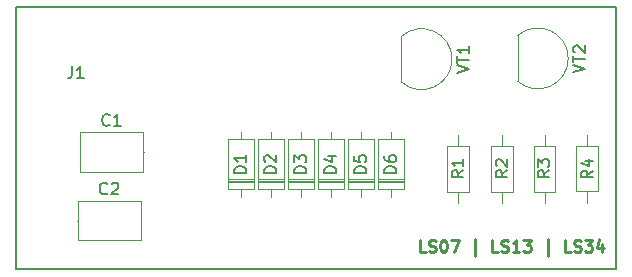
<source format=gbr>
G04 #@! TF.GenerationSoftware,KiCad,Pcbnew,(5.0.0)*
G04 #@! TF.CreationDate,2019-11-16T16:49:10+00:00*
G04 #@! TF.ProjectId,LS07,4C5330372E6B696361645F7063620000,rev?*
G04 #@! TF.SameCoordinates,Original*
G04 #@! TF.FileFunction,Legend,Top*
G04 #@! TF.FilePolarity,Positive*
%FSLAX46Y46*%
G04 Gerber Fmt 4.6, Leading zero omitted, Abs format (unit mm)*
G04 Created by KiCad (PCBNEW (5.0.0)) date 11/16/19 16:49:10*
%MOMM*%
%LPD*%
G01*
G04 APERTURE LIST*
%ADD10C,0.250000*%
%ADD11C,0.120000*%
%ADD12C,0.150000*%
G04 APERTURE END LIST*
D10*
X152738095Y-80052380D02*
X152261904Y-80052380D01*
X152261904Y-79052380D01*
X153023809Y-80004761D02*
X153166666Y-80052380D01*
X153404761Y-80052380D01*
X153500000Y-80004761D01*
X153547619Y-79957142D01*
X153595238Y-79861904D01*
X153595238Y-79766666D01*
X153547619Y-79671428D01*
X153500000Y-79623809D01*
X153404761Y-79576190D01*
X153214285Y-79528571D01*
X153119047Y-79480952D01*
X153071428Y-79433333D01*
X153023809Y-79338095D01*
X153023809Y-79242857D01*
X153071428Y-79147619D01*
X153119047Y-79100000D01*
X153214285Y-79052380D01*
X153452380Y-79052380D01*
X153595238Y-79100000D01*
X154214285Y-79052380D02*
X154309523Y-79052380D01*
X154404761Y-79100000D01*
X154452380Y-79147619D01*
X154500000Y-79242857D01*
X154547619Y-79433333D01*
X154547619Y-79671428D01*
X154500000Y-79861904D01*
X154452380Y-79957142D01*
X154404761Y-80004761D01*
X154309523Y-80052380D01*
X154214285Y-80052380D01*
X154119047Y-80004761D01*
X154071428Y-79957142D01*
X154023809Y-79861904D01*
X153976190Y-79671428D01*
X153976190Y-79433333D01*
X154023809Y-79242857D01*
X154071428Y-79147619D01*
X154119047Y-79100000D01*
X154214285Y-79052380D01*
X154880952Y-79052380D02*
X155547619Y-79052380D01*
X155119047Y-80052380D01*
X156928571Y-80385714D02*
X156928571Y-78957142D01*
X158880952Y-80052380D02*
X158404761Y-80052380D01*
X158404761Y-79052380D01*
X159166666Y-80004761D02*
X159309523Y-80052380D01*
X159547619Y-80052380D01*
X159642857Y-80004761D01*
X159690476Y-79957142D01*
X159738095Y-79861904D01*
X159738095Y-79766666D01*
X159690476Y-79671428D01*
X159642857Y-79623809D01*
X159547619Y-79576190D01*
X159357142Y-79528571D01*
X159261904Y-79480952D01*
X159214285Y-79433333D01*
X159166666Y-79338095D01*
X159166666Y-79242857D01*
X159214285Y-79147619D01*
X159261904Y-79100000D01*
X159357142Y-79052380D01*
X159595238Y-79052380D01*
X159738095Y-79100000D01*
X160690476Y-80052380D02*
X160119047Y-80052380D01*
X160404761Y-80052380D02*
X160404761Y-79052380D01*
X160309523Y-79195238D01*
X160214285Y-79290476D01*
X160119047Y-79338095D01*
X161023809Y-79052380D02*
X161642857Y-79052380D01*
X161309523Y-79433333D01*
X161452380Y-79433333D01*
X161547619Y-79480952D01*
X161595238Y-79528571D01*
X161642857Y-79623809D01*
X161642857Y-79861904D01*
X161595238Y-79957142D01*
X161547619Y-80004761D01*
X161452380Y-80052380D01*
X161166666Y-80052380D01*
X161071428Y-80004761D01*
X161023809Y-79957142D01*
X163071428Y-80385714D02*
X163071428Y-78957142D01*
X165023809Y-80052380D02*
X164547619Y-80052380D01*
X164547619Y-79052380D01*
X165309523Y-80004761D02*
X165452380Y-80052380D01*
X165690476Y-80052380D01*
X165785714Y-80004761D01*
X165833333Y-79957142D01*
X165880952Y-79861904D01*
X165880952Y-79766666D01*
X165833333Y-79671428D01*
X165785714Y-79623809D01*
X165690476Y-79576190D01*
X165500000Y-79528571D01*
X165404761Y-79480952D01*
X165357142Y-79433333D01*
X165309523Y-79338095D01*
X165309523Y-79242857D01*
X165357142Y-79147619D01*
X165404761Y-79100000D01*
X165500000Y-79052380D01*
X165738095Y-79052380D01*
X165880952Y-79100000D01*
X166214285Y-79052380D02*
X166833333Y-79052380D01*
X166500000Y-79433333D01*
X166642857Y-79433333D01*
X166738095Y-79480952D01*
X166785714Y-79528571D01*
X166833333Y-79623809D01*
X166833333Y-79861904D01*
X166785714Y-79957142D01*
X166738095Y-80004761D01*
X166642857Y-80052380D01*
X166357142Y-80052380D01*
X166261904Y-80004761D01*
X166214285Y-79957142D01*
X167690476Y-79385714D02*
X167690476Y-80052380D01*
X167452380Y-79004761D02*
X167214285Y-79719047D01*
X167833333Y-79719047D01*
D11*
G04 #@! TO.C,C1*
X128860000Y-71600000D02*
X128820000Y-71600000D01*
X123440000Y-71600000D02*
X123480000Y-71600000D01*
X128820000Y-69930000D02*
X123480000Y-69930000D01*
X128820000Y-73270000D02*
X128820000Y-69930000D01*
X123480000Y-73270000D02*
X128820000Y-73270000D01*
X123480000Y-69930000D02*
X123480000Y-73270000D01*
G04 #@! TO.C,C2*
X128660000Y-77400000D02*
X128620000Y-77400000D01*
X123240000Y-77400000D02*
X123280000Y-77400000D01*
X128620000Y-75730000D02*
X123280000Y-75730000D01*
X128620000Y-79070000D02*
X128620000Y-75730000D01*
X123280000Y-79070000D02*
X128620000Y-79070000D01*
X123280000Y-75730000D02*
X123280000Y-79070000D01*
D12*
G04 #@! TO.C,J1*
X118058000Y-81545500D02*
X118058000Y-59320500D01*
X168858000Y-81545500D02*
X118058000Y-81545500D01*
X168858000Y-59320500D02*
X168858000Y-81545500D01*
X118058000Y-59320500D02*
X168858000Y-59320500D01*
D11*
G04 #@! TO.C,D1*
X135976000Y-74764000D02*
X138216000Y-74764000D01*
X138216000Y-74764000D02*
X138216000Y-70524000D01*
X138216000Y-70524000D02*
X135976000Y-70524000D01*
X135976000Y-70524000D02*
X135976000Y-74764000D01*
X137096000Y-75414000D02*
X137096000Y-74764000D01*
X137096000Y-69874000D02*
X137096000Y-70524000D01*
X135976000Y-74044000D02*
X138216000Y-74044000D01*
X135976000Y-73924000D02*
X138216000Y-73924000D01*
X135976000Y-74164000D02*
X138216000Y-74164000D01*
G04 #@! TO.C,D2*
X138516000Y-74764000D02*
X140756000Y-74764000D01*
X140756000Y-74764000D02*
X140756000Y-70524000D01*
X140756000Y-70524000D02*
X138516000Y-70524000D01*
X138516000Y-70524000D02*
X138516000Y-74764000D01*
X139636000Y-75414000D02*
X139636000Y-74764000D01*
X139636000Y-69874000D02*
X139636000Y-70524000D01*
X138516000Y-74044000D02*
X140756000Y-74044000D01*
X138516000Y-73924000D02*
X140756000Y-73924000D01*
X138516000Y-74164000D02*
X140756000Y-74164000D01*
G04 #@! TO.C,D3*
X141056000Y-74764000D02*
X143296000Y-74764000D01*
X143296000Y-74764000D02*
X143296000Y-70524000D01*
X143296000Y-70524000D02*
X141056000Y-70524000D01*
X141056000Y-70524000D02*
X141056000Y-74764000D01*
X142176000Y-75414000D02*
X142176000Y-74764000D01*
X142176000Y-69874000D02*
X142176000Y-70524000D01*
X141056000Y-74044000D02*
X143296000Y-74044000D01*
X141056000Y-73924000D02*
X143296000Y-73924000D01*
X141056000Y-74164000D02*
X143296000Y-74164000D01*
G04 #@! TO.C,D4*
X143596000Y-74764000D02*
X145836000Y-74764000D01*
X145836000Y-74764000D02*
X145836000Y-70524000D01*
X145836000Y-70524000D02*
X143596000Y-70524000D01*
X143596000Y-70524000D02*
X143596000Y-74764000D01*
X144716000Y-75414000D02*
X144716000Y-74764000D01*
X144716000Y-69874000D02*
X144716000Y-70524000D01*
X143596000Y-74044000D02*
X145836000Y-74044000D01*
X143596000Y-73924000D02*
X145836000Y-73924000D01*
X143596000Y-74164000D02*
X145836000Y-74164000D01*
G04 #@! TO.C,D5*
X146136000Y-74764000D02*
X148376000Y-74764000D01*
X148376000Y-74764000D02*
X148376000Y-70524000D01*
X148376000Y-70524000D02*
X146136000Y-70524000D01*
X146136000Y-70524000D02*
X146136000Y-74764000D01*
X147256000Y-75414000D02*
X147256000Y-74764000D01*
X147256000Y-69874000D02*
X147256000Y-70524000D01*
X146136000Y-74044000D02*
X148376000Y-74044000D01*
X146136000Y-73924000D02*
X148376000Y-73924000D01*
X146136000Y-74164000D02*
X148376000Y-74164000D01*
G04 #@! TO.C,D6*
X148676000Y-74764000D02*
X150916000Y-74764000D01*
X150916000Y-74764000D02*
X150916000Y-70524000D01*
X150916000Y-70524000D02*
X148676000Y-70524000D01*
X148676000Y-70524000D02*
X148676000Y-74764000D01*
X149796000Y-75414000D02*
X149796000Y-74764000D01*
X149796000Y-69874000D02*
X149796000Y-70524000D01*
X148676000Y-74044000D02*
X150916000Y-74044000D01*
X148676000Y-73924000D02*
X150916000Y-73924000D01*
X148676000Y-74164000D02*
X150916000Y-74164000D01*
G04 #@! TO.C,R1*
X154592000Y-74945000D02*
X156432000Y-74945000D01*
X156432000Y-74945000D02*
X156432000Y-71105000D01*
X156432000Y-71105000D02*
X154592000Y-71105000D01*
X154592000Y-71105000D02*
X154592000Y-74945000D01*
X155512000Y-75895000D02*
X155512000Y-74945000D01*
X155512000Y-70155000D02*
X155512000Y-71105000D01*
G04 #@! TO.C,R2*
X158274000Y-74945000D02*
X160114000Y-74945000D01*
X160114000Y-74945000D02*
X160114000Y-71105000D01*
X160114000Y-71105000D02*
X158274000Y-71105000D01*
X158274000Y-71105000D02*
X158274000Y-74945000D01*
X159194000Y-75895000D02*
X159194000Y-74945000D01*
X159194000Y-70155000D02*
X159194000Y-71105000D01*
G04 #@! TO.C,R3*
X161894000Y-74945000D02*
X163734000Y-74945000D01*
X163734000Y-74945000D02*
X163734000Y-71105000D01*
X163734000Y-71105000D02*
X161894000Y-71105000D01*
X161894000Y-71105000D02*
X161894000Y-74945000D01*
X162814000Y-75895000D02*
X162814000Y-74945000D01*
X162814000Y-70155000D02*
X162814000Y-71105000D01*
G04 #@! TO.C,R4*
X167320000Y-71090000D02*
X165480000Y-71090000D01*
X165480000Y-71090000D02*
X165480000Y-74930000D01*
X165480000Y-74930000D02*
X167320000Y-74930000D01*
X167320000Y-74930000D02*
X167320000Y-71090000D01*
X166400000Y-70140000D02*
X166400000Y-71090000D01*
X166400000Y-75880000D02*
X166400000Y-74930000D01*
G04 #@! TO.C,VT1*
X150709878Y-65686111D02*
G75*
G03X150700000Y-61797500I1690122J1948611D01*
G01*
X150700000Y-61797500D02*
X150700000Y-65647500D01*
G04 #@! TO.C,VT2*
X160551878Y-65622611D02*
G75*
G03X160542000Y-61734000I1690122J1948611D01*
G01*
X160542000Y-61734000D02*
X160542000Y-65584000D01*
G04 #@! TO.C,C1*
D12*
X125983333Y-69287142D02*
X125935714Y-69334761D01*
X125792857Y-69382380D01*
X125697619Y-69382380D01*
X125554761Y-69334761D01*
X125459523Y-69239523D01*
X125411904Y-69144285D01*
X125364285Y-68953809D01*
X125364285Y-68810952D01*
X125411904Y-68620476D01*
X125459523Y-68525238D01*
X125554761Y-68430000D01*
X125697619Y-68382380D01*
X125792857Y-68382380D01*
X125935714Y-68430000D01*
X125983333Y-68477619D01*
X126935714Y-69382380D02*
X126364285Y-69382380D01*
X126650000Y-69382380D02*
X126650000Y-68382380D01*
X126554761Y-68525238D01*
X126459523Y-68620476D01*
X126364285Y-68668095D01*
G04 #@! TO.C,C2*
X125783333Y-75087142D02*
X125735714Y-75134761D01*
X125592857Y-75182380D01*
X125497619Y-75182380D01*
X125354761Y-75134761D01*
X125259523Y-75039523D01*
X125211904Y-74944285D01*
X125164285Y-74753809D01*
X125164285Y-74610952D01*
X125211904Y-74420476D01*
X125259523Y-74325238D01*
X125354761Y-74230000D01*
X125497619Y-74182380D01*
X125592857Y-74182380D01*
X125735714Y-74230000D01*
X125783333Y-74277619D01*
X126164285Y-74277619D02*
X126211904Y-74230000D01*
X126307142Y-74182380D01*
X126545238Y-74182380D01*
X126640476Y-74230000D01*
X126688095Y-74277619D01*
X126735714Y-74372857D01*
X126735714Y-74468095D01*
X126688095Y-74610952D01*
X126116666Y-75182380D01*
X126735714Y-75182380D01*
G04 #@! TO.C,J1*
X122804666Y-64352880D02*
X122804666Y-65067166D01*
X122757047Y-65210023D01*
X122661809Y-65305261D01*
X122518952Y-65352880D01*
X122423714Y-65352880D01*
X123804666Y-65352880D02*
X123233238Y-65352880D01*
X123518952Y-65352880D02*
X123518952Y-64352880D01*
X123423714Y-64495738D01*
X123328476Y-64590976D01*
X123233238Y-64638595D01*
G04 #@! TO.C,D1*
X137548380Y-73382095D02*
X136548380Y-73382095D01*
X136548380Y-73144000D01*
X136596000Y-73001142D01*
X136691238Y-72905904D01*
X136786476Y-72858285D01*
X136976952Y-72810666D01*
X137119809Y-72810666D01*
X137310285Y-72858285D01*
X137405523Y-72905904D01*
X137500761Y-73001142D01*
X137548380Y-73144000D01*
X137548380Y-73382095D01*
X137548380Y-71858285D02*
X137548380Y-72429714D01*
X137548380Y-72144000D02*
X136548380Y-72144000D01*
X136691238Y-72239238D01*
X136786476Y-72334476D01*
X136834095Y-72429714D01*
G04 #@! TO.C,D2*
X140088380Y-73382095D02*
X139088380Y-73382095D01*
X139088380Y-73144000D01*
X139136000Y-73001142D01*
X139231238Y-72905904D01*
X139326476Y-72858285D01*
X139516952Y-72810666D01*
X139659809Y-72810666D01*
X139850285Y-72858285D01*
X139945523Y-72905904D01*
X140040761Y-73001142D01*
X140088380Y-73144000D01*
X140088380Y-73382095D01*
X139183619Y-72429714D02*
X139136000Y-72382095D01*
X139088380Y-72286857D01*
X139088380Y-72048761D01*
X139136000Y-71953523D01*
X139183619Y-71905904D01*
X139278857Y-71858285D01*
X139374095Y-71858285D01*
X139516952Y-71905904D01*
X140088380Y-72477333D01*
X140088380Y-71858285D01*
G04 #@! TO.C,D3*
X142628380Y-73382095D02*
X141628380Y-73382095D01*
X141628380Y-73144000D01*
X141676000Y-73001142D01*
X141771238Y-72905904D01*
X141866476Y-72858285D01*
X142056952Y-72810666D01*
X142199809Y-72810666D01*
X142390285Y-72858285D01*
X142485523Y-72905904D01*
X142580761Y-73001142D01*
X142628380Y-73144000D01*
X142628380Y-73382095D01*
X141628380Y-72477333D02*
X141628380Y-71858285D01*
X142009333Y-72191619D01*
X142009333Y-72048761D01*
X142056952Y-71953523D01*
X142104571Y-71905904D01*
X142199809Y-71858285D01*
X142437904Y-71858285D01*
X142533142Y-71905904D01*
X142580761Y-71953523D01*
X142628380Y-72048761D01*
X142628380Y-72334476D01*
X142580761Y-72429714D01*
X142533142Y-72477333D01*
G04 #@! TO.C,D4*
X145168380Y-73382095D02*
X144168380Y-73382095D01*
X144168380Y-73144000D01*
X144216000Y-73001142D01*
X144311238Y-72905904D01*
X144406476Y-72858285D01*
X144596952Y-72810666D01*
X144739809Y-72810666D01*
X144930285Y-72858285D01*
X145025523Y-72905904D01*
X145120761Y-73001142D01*
X145168380Y-73144000D01*
X145168380Y-73382095D01*
X144501714Y-71953523D02*
X145168380Y-71953523D01*
X144120761Y-72191619D02*
X144835047Y-72429714D01*
X144835047Y-71810666D01*
G04 #@! TO.C,D5*
X147708380Y-73382095D02*
X146708380Y-73382095D01*
X146708380Y-73144000D01*
X146756000Y-73001142D01*
X146851238Y-72905904D01*
X146946476Y-72858285D01*
X147136952Y-72810666D01*
X147279809Y-72810666D01*
X147470285Y-72858285D01*
X147565523Y-72905904D01*
X147660761Y-73001142D01*
X147708380Y-73144000D01*
X147708380Y-73382095D01*
X146708380Y-71905904D02*
X146708380Y-72382095D01*
X147184571Y-72429714D01*
X147136952Y-72382095D01*
X147089333Y-72286857D01*
X147089333Y-72048761D01*
X147136952Y-71953523D01*
X147184571Y-71905904D01*
X147279809Y-71858285D01*
X147517904Y-71858285D01*
X147613142Y-71905904D01*
X147660761Y-71953523D01*
X147708380Y-72048761D01*
X147708380Y-72286857D01*
X147660761Y-72382095D01*
X147613142Y-72429714D01*
G04 #@! TO.C,D6*
X150248380Y-73382095D02*
X149248380Y-73382095D01*
X149248380Y-73144000D01*
X149296000Y-73001142D01*
X149391238Y-72905904D01*
X149486476Y-72858285D01*
X149676952Y-72810666D01*
X149819809Y-72810666D01*
X150010285Y-72858285D01*
X150105523Y-72905904D01*
X150200761Y-73001142D01*
X150248380Y-73144000D01*
X150248380Y-73382095D01*
X149248380Y-71953523D02*
X149248380Y-72144000D01*
X149296000Y-72239238D01*
X149343619Y-72286857D01*
X149486476Y-72382095D01*
X149676952Y-72429714D01*
X150057904Y-72429714D01*
X150153142Y-72382095D01*
X150200761Y-72334476D01*
X150248380Y-72239238D01*
X150248380Y-72048761D01*
X150200761Y-71953523D01*
X150153142Y-71905904D01*
X150057904Y-71858285D01*
X149819809Y-71858285D01*
X149724571Y-71905904D01*
X149676952Y-71953523D01*
X149629333Y-72048761D01*
X149629333Y-72239238D01*
X149676952Y-72334476D01*
X149724571Y-72382095D01*
X149819809Y-72429714D01*
G04 #@! TO.C,R1*
X155941379Y-73160167D02*
X155465189Y-73493501D01*
X155941379Y-73731596D02*
X154941379Y-73731596D01*
X154941379Y-73350643D01*
X154988999Y-73255405D01*
X155036618Y-73207786D01*
X155131856Y-73160167D01*
X155274713Y-73160167D01*
X155369951Y-73207786D01*
X155417570Y-73255405D01*
X155465189Y-73350643D01*
X155465189Y-73731596D01*
X155941379Y-72207786D02*
X155941379Y-72779215D01*
X155941379Y-72493501D02*
X154941379Y-72493501D01*
X155084237Y-72588739D01*
X155179475Y-72683977D01*
X155227094Y-72779215D01*
G04 #@! TO.C,R2*
X159676879Y-73160167D02*
X159200689Y-73493501D01*
X159676879Y-73731596D02*
X158676879Y-73731596D01*
X158676879Y-73350643D01*
X158724499Y-73255405D01*
X158772118Y-73207786D01*
X158867356Y-73160167D01*
X159010213Y-73160167D01*
X159105451Y-73207786D01*
X159153070Y-73255405D01*
X159200689Y-73350643D01*
X159200689Y-73731596D01*
X158772118Y-72779215D02*
X158724499Y-72731596D01*
X158676879Y-72636358D01*
X158676879Y-72398262D01*
X158724499Y-72303024D01*
X158772118Y-72255405D01*
X158867356Y-72207786D01*
X158962594Y-72207786D01*
X159105451Y-72255405D01*
X159676879Y-72826834D01*
X159676879Y-72207786D01*
G04 #@! TO.C,R3*
X163223379Y-73160167D02*
X162747189Y-73493501D01*
X163223379Y-73731596D02*
X162223379Y-73731596D01*
X162223379Y-73350643D01*
X162270999Y-73255405D01*
X162318618Y-73207786D01*
X162413856Y-73160167D01*
X162556713Y-73160167D01*
X162651951Y-73207786D01*
X162699570Y-73255405D01*
X162747189Y-73350643D01*
X162747189Y-73731596D01*
X162223379Y-72826834D02*
X162223379Y-72207786D01*
X162604332Y-72541120D01*
X162604332Y-72398262D01*
X162651951Y-72303024D01*
X162699570Y-72255405D01*
X162794808Y-72207786D01*
X163032903Y-72207786D01*
X163128141Y-72255405D01*
X163175760Y-72303024D01*
X163223379Y-72398262D01*
X163223379Y-72683977D01*
X163175760Y-72779215D01*
X163128141Y-72826834D01*
G04 #@! TO.C,R4*
X166915880Y-73176666D02*
X166439690Y-73510000D01*
X166915880Y-73748095D02*
X165915880Y-73748095D01*
X165915880Y-73367142D01*
X165963500Y-73271904D01*
X166011119Y-73224285D01*
X166106357Y-73176666D01*
X166249214Y-73176666D01*
X166344452Y-73224285D01*
X166392071Y-73271904D01*
X166439690Y-73367142D01*
X166439690Y-73748095D01*
X166249214Y-72319523D02*
X166915880Y-72319523D01*
X165868261Y-72557619D02*
X166582547Y-72795714D01*
X166582547Y-72176666D01*
G04 #@! TO.C,VT1*
X155412380Y-64927976D02*
X156412380Y-64594642D01*
X155412380Y-64261309D01*
X155412380Y-64070833D02*
X155412380Y-63499404D01*
X156412380Y-63785119D02*
X155412380Y-63785119D01*
X156412380Y-62642261D02*
X156412380Y-63213690D01*
X156412380Y-62927976D02*
X155412380Y-62927976D01*
X155555238Y-63023214D01*
X155650476Y-63118452D01*
X155698095Y-63213690D01*
G04 #@! TO.C,VT2*
X165254380Y-64864476D02*
X166254380Y-64531142D01*
X165254380Y-64197809D01*
X165254380Y-64007333D02*
X165254380Y-63435904D01*
X166254380Y-63721619D02*
X165254380Y-63721619D01*
X165349619Y-63150190D02*
X165302000Y-63102571D01*
X165254380Y-63007333D01*
X165254380Y-62769238D01*
X165302000Y-62674000D01*
X165349619Y-62626380D01*
X165444857Y-62578761D01*
X165540095Y-62578761D01*
X165682952Y-62626380D01*
X166254380Y-63197809D01*
X166254380Y-62578761D01*
G04 #@! TD*
M02*

</source>
